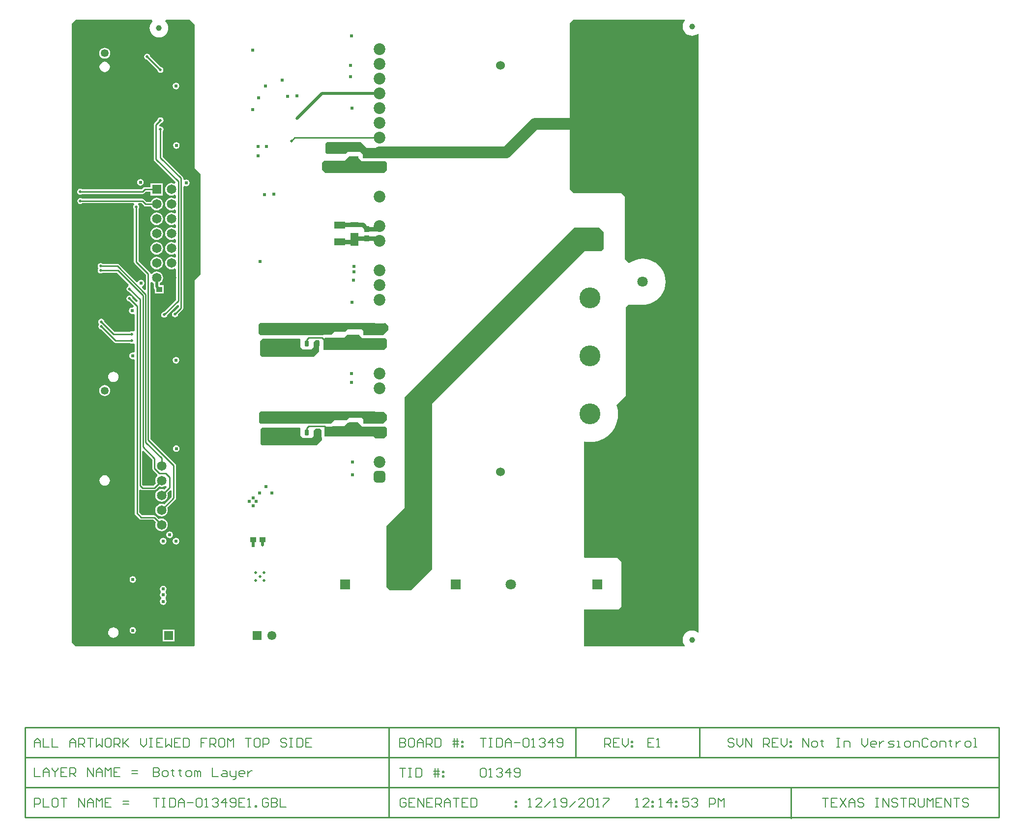
<source format=gbl>
G04 Layer_Physical_Order=4*
G04 Layer_Color=16711680*
%FSAX25Y25*%
%MOIN*%
G70*
G01*
G75*
%ADD10R,0.07283X0.05118*%
%ADD11R,0.03937X0.03740*%
%ADD13R,0.03740X0.03937*%
G04:AMPARAMS|DCode=19|XSize=23.62mil|YSize=39.37mil|CornerRadius=2.01mil|HoleSize=0mil|Usage=FLASHONLY|Rotation=180.000|XOffset=0mil|YOffset=0mil|HoleType=Round|Shape=RoundedRectangle|*
%AMROUNDEDRECTD19*
21,1,0.02362,0.03535,0,0,180.0*
21,1,0.01961,0.03937,0,0,180.0*
1,1,0.00402,-0.00980,0.01768*
1,1,0.00402,0.00980,0.01768*
1,1,0.00402,0.00980,-0.01768*
1,1,0.00402,-0.00980,-0.01768*
%
%ADD19ROUNDEDRECTD19*%
%ADD23C,0.03937*%
%ADD24C,0.01000*%
%ADD25C,0.02000*%
%ADD28C,0.03000*%
%ADD31C,0.00800*%
%ADD32R,0.07087X0.07087*%
%ADD33C,0.07087*%
G04:AMPARAMS|DCode=34|XSize=79.72mil|YSize=79.72mil|CornerRadius=19.93mil|HoleSize=0mil|Usage=FLASHONLY|Rotation=0.000|XOffset=0mil|YOffset=0mil|HoleType=Round|Shape=RoundedRectangle|*
%AMROUNDEDRECTD34*
21,1,0.07972,0.03986,0,0,0.0*
21,1,0.03986,0.07972,0,0,0.0*
1,1,0.03986,0.01993,-0.01993*
1,1,0.03986,-0.01993,-0.01993*
1,1,0.03986,-0.01993,0.01993*
1,1,0.03986,0.01993,0.01993*
%
%ADD34ROUNDEDRECTD34*%
%ADD35C,0.07972*%
%ADD36C,0.14173*%
%ADD37C,0.06102*%
%ADD38R,0.06102X0.06102*%
%ADD39R,0.06496X0.06496*%
%ADD40C,0.06496*%
%ADD41C,0.00100*%
%ADD42C,0.05307*%
%ADD43C,0.06000*%
%ADD44C,0.01968*%
%ADD45C,0.02400*%
%ADD46C,0.02000*%
%ADD47C,0.08000*%
%ADD49R,0.06300X0.05000*%
%ADD50R,0.05512X0.08661*%
%ADD51R,0.05512X0.03543*%
G36*
X0268800Y0364900D02*
X0284200Y0364900D01*
X0285200Y0363900D01*
Y0358900D01*
X0283200Y0356900D01*
X0280893D01*
X0280440Y0356936D01*
X0279987Y0356900D01*
X0242699D01*
X0242346Y0357254D01*
X0242346Y0364400D01*
X0243204Y0365258D01*
X0243361Y0365363D01*
X0243547Y0365400D01*
X0247739D01*
X0247739Y0365400D01*
X0256200Y0365400D01*
X0258200Y0367400D01*
X0266300D01*
X0268800Y0364900D01*
D02*
G37*
G36*
X0226700Y0364400D02*
Y0358900D01*
X0228200Y0357400D01*
X0234200D01*
X0235700Y0358900D01*
Y0362400D01*
X0236869Y0363569D01*
X0239330Y0363569D01*
Y0356069D01*
X0235661Y0352400D01*
X0200700Y0352400D01*
X0199274Y0353826D01*
Y0362874D01*
X0201200Y0364800D01*
X0226300D01*
X0226700Y0364400D01*
D02*
G37*
G36*
X0487349Y0580399D02*
X0486947Y0579910D01*
X0486364Y0578818D01*
X0486004Y0577633D01*
X0485883Y0576400D01*
X0486004Y0575168D01*
X0486364Y0573982D01*
X0486947Y0572890D01*
X0487733Y0571933D01*
X0488690Y0571147D01*
X0489782Y0570564D01*
X0490968Y0570204D01*
X0492200Y0570083D01*
X0493433Y0570204D01*
X0494618Y0570564D01*
X0495710Y0571147D01*
X0496199Y0571549D01*
X0496651Y0571335D01*
Y0165465D01*
X0496199Y0165251D01*
X0495710Y0165653D01*
X0494618Y0166236D01*
X0493433Y0166596D01*
X0492200Y0166717D01*
X0490968Y0166596D01*
X0489782Y0166236D01*
X0488690Y0165653D01*
X0487733Y0164867D01*
X0486947Y0163910D01*
X0486364Y0162818D01*
X0486004Y0161633D01*
X0485883Y0160400D01*
X0486004Y0159168D01*
X0486364Y0157982D01*
X0486947Y0156890D01*
X0487349Y0156401D01*
X0487135Y0155949D01*
X0419271D01*
X0418823Y0156396D01*
X0418823Y0180900D01*
X0442200Y0180900D01*
X0444200Y0182900D01*
X0444200Y0213400D01*
X0441700Y0215900D01*
X0419537Y0215900D01*
X0418845Y0216584D01*
X0418824Y0294624D01*
X0419210Y0294941D01*
X0420463Y0294692D01*
X0422960Y0294528D01*
X0425456Y0294692D01*
X0427910Y0295180D01*
X0430280Y0295984D01*
X0432524Y0297091D01*
X0434604Y0298481D01*
X0436485Y0300131D01*
X0438135Y0302012D01*
X0439525Y0304092D01*
X0440631Y0306336D01*
X0441436Y0308705D01*
X0441924Y0311159D01*
X0442087Y0313656D01*
X0441924Y0316153D01*
X0441436Y0318606D01*
X0441038Y0319778D01*
X0447330Y0326069D01*
X0447330Y0386069D01*
X0448830Y0387569D01*
X0460869Y0387569D01*
X0461175Y0387876D01*
X0463518Y0388438D01*
X0465778Y0389374D01*
X0467864Y0390652D01*
X0469725Y0392241D01*
X0471314Y0394102D01*
X0472592Y0396188D01*
X0473528Y0398448D01*
X0474099Y0400827D01*
X0474291Y0403266D01*
X0474099Y0405705D01*
X0473528Y0408084D01*
X0472592Y0410345D01*
X0471314Y0412430D01*
X0469725Y0414291D01*
X0467864Y0415880D01*
X0465778Y0417158D01*
X0463518Y0418094D01*
X0461139Y0418666D01*
X0458700Y0418857D01*
X0456261Y0418666D01*
X0453882Y0418094D01*
X0451622Y0417158D01*
X0449569Y0415900D01*
X0449200D01*
X0446700Y0418400D01*
X0446700Y0460900D01*
X0444200Y0463400D01*
X0411700D01*
X0409200Y0465900D01*
Y0578400D01*
X0411651Y0580851D01*
X0487135D01*
X0487349Y0580399D01*
D02*
G37*
G36*
X0286200Y0373400D02*
Y0370400D01*
X0282739Y0366939D01*
X0281475D01*
X0275454Y0366939D01*
X0269661D01*
X0269200Y0367400D01*
Y0369900D01*
X0268200Y0370900D01*
X0258800D01*
X0257300Y0369400D01*
X0249700D01*
X0247739Y0367439D01*
X0247739Y0367439D01*
X0243346D01*
D01*
X0243346D01*
X0243190Y0367408D01*
X0242565Y0367284D01*
X0241991Y0366900D01*
X0241493D01*
X0241346Y0366929D01*
X0232200D01*
X0232052Y0366900D01*
X0199500Y0366900D01*
X0198400Y0368000D01*
Y0374300D01*
X0199400Y0375300D01*
X0276939Y0375300D01*
X0277932Y0375062D01*
X0280440Y0374864D01*
X0282949Y0375062D01*
X0283941Y0375300D01*
X0284300D01*
X0286200Y0373400D01*
D02*
G37*
G36*
X0226700Y0303900D02*
Y0298832D01*
X0228200Y0297332D01*
X0234200D01*
X0235700Y0298832D01*
Y0302331D01*
X0237171Y0303802D01*
X0239729D01*
X0240830Y0302702D01*
Y0302502D01*
X0240830Y0302501D01*
Y0299089D01*
X0240881Y0298832D01*
X0240897Y0298571D01*
X0240973Y0298283D01*
X0241003Y0298221D01*
X0241012Y0298153D01*
X0241035Y0298082D01*
X0241071Y0298020D01*
X0241085Y0297950D01*
X0241200Y0297778D01*
Y0295831D01*
X0237769Y0292400D01*
X0200800Y0292400D01*
X0199736Y0293464D01*
X0199736Y0303336D01*
X0200900Y0304500D01*
X0226100Y0304500D01*
X0226700Y0303900D01*
D02*
G37*
G36*
X0432200Y0436900D02*
Y0425400D01*
X0430700Y0423900D01*
X0419200Y0423900D01*
X0315830Y0320530D01*
X0315830Y0208030D01*
X0301700Y0193900D01*
X0287200D01*
X0284950Y0196150D01*
X0284950Y0237650D01*
X0297200Y0249900D01*
X0297200Y0302416D01*
Y0303937D01*
Y0303937D01*
Y0303937D01*
Y0303937D01*
Y0309363D01*
Y0309363D01*
Y0313037D01*
Y0313037D01*
Y0324900D01*
X0412200Y0439900D01*
X0426700Y0439900D01*
X0429200D01*
X0432200Y0436900D01*
D02*
G37*
G36*
X0268700Y0304900D02*
X0269503D01*
X0269700Y0304861D01*
X0282700D01*
X0282897Y0304900D01*
X0284200D01*
X0285163Y0303937D01*
X0285163Y0298863D01*
X0283200Y0296900D01*
X0280893D01*
X0280440Y0296936D01*
X0279987Y0296900D01*
X0277700D01*
X0276200Y0298400D01*
X0243299D01*
X0242971Y0298728D01*
X0242963Y0298748D01*
X0242945Y0298801D01*
X0242920Y0298895D01*
X0242916Y0298956D01*
X0242881Y0299091D01*
Y0299230D01*
X0242869Y0299290D01*
Y0302501D01*
X0242869Y0302502D01*
Y0302702D01*
X0242830Y0302899D01*
Y0304069D01*
X0243660Y0304900D01*
X0243673D01*
X0243673Y0304900D01*
X0243874D01*
X0244071Y0304861D01*
X0246999D01*
X0247196Y0304900D01*
X0247397Y0304900D01*
X0247583Y0304937D01*
X0247583D01*
X0247768Y0305014D01*
X0247779Y0305016D01*
X0247789Y0305023D01*
X0248111Y0305156D01*
X0248122Y0305158D01*
X0248132Y0305165D01*
X0248318Y0305241D01*
X0248318D01*
X0248318Y0305241D01*
X0248318Y0305241D01*
X0248475Y0305346D01*
X0248528Y0305400D01*
X0256200D01*
X0258200Y0307400D01*
X0258397D01*
X0258582Y0307437D01*
X0258582D01*
X0258582Y0307437D01*
D01*
X0258635Y0307458D01*
X0258768Y0307514D01*
X0258780Y0307516D01*
X0258789Y0307523D01*
X0259111Y0307656D01*
X0259122Y0307658D01*
X0259132Y0307664D01*
X0259318Y0307741D01*
X0259318Y0307741D01*
X0259318Y0307741D01*
X0259318Y0307741D01*
X0259475Y0307846D01*
X0259528Y0307900D01*
X0265700Y0307900D01*
X0268700Y0304900D01*
D02*
G37*
G36*
X0277932Y0315062D02*
X0280440Y0314864D01*
X0282949Y0315062D01*
X0283102Y0315099D01*
X0285163Y0313037D01*
Y0309363D01*
X0282700Y0306900D01*
X0269700D01*
X0269200Y0307400D01*
Y0309900D01*
X0268200Y0310900D01*
X0259700D01*
X0258342Y0309542D01*
X0258185Y0309437D01*
X0257999Y0309400D01*
X0249700D01*
X0247342Y0307042D01*
X0247185Y0306937D01*
X0246999Y0306900D01*
X0244071D01*
X0243874Y0306939D01*
X0243683D01*
X0243664Y0306943D01*
X0243664Y0306943D01*
X0243664Y0306943D01*
X0243448Y0306900D01*
X0212700D01*
X0199800Y0306900D01*
X0198800Y0307900D01*
X0198800Y0314500D01*
X0199700Y0315400D01*
X0276523Y0315400D01*
X0277932Y0315062D01*
D02*
G37*
G36*
X0155000Y0577600D02*
X0155000Y0480100D01*
X0158900Y0476200D01*
X0158900Y0408100D01*
X0155000Y0404200D01*
Y0156700D01*
X0154249Y0155949D01*
X0074251D01*
X0071749Y0158451D01*
Y0578449D01*
X0074151Y0580851D01*
X0126046D01*
X0126404Y0579851D01*
X0126301Y0579767D01*
X0125516Y0578810D01*
X0124932Y0577718D01*
X0124573Y0576533D01*
X0124451Y0575300D01*
X0124573Y0574067D01*
X0124932Y0572882D01*
X0125516Y0571790D01*
X0126301Y0570833D01*
X0127259Y0570047D01*
X0128351Y0569463D01*
X0129536Y0569104D01*
X0130769Y0568983D01*
X0132001Y0569104D01*
X0133186Y0569463D01*
X0134278Y0570047D01*
X0135236Y0570833D01*
X0136021Y0571790D01*
X0136605Y0572882D01*
X0136964Y0574067D01*
X0137086Y0575300D01*
X0136964Y0576533D01*
X0136605Y0577718D01*
X0136021Y0578810D01*
X0135236Y0579767D01*
X0135133Y0579851D01*
X0135491Y0580851D01*
X0151749D01*
X0155000Y0577600D01*
D02*
G37*
G36*
X0267700Y0497900D02*
X0271700Y0493900D01*
X0283700D01*
X0284700Y0492900D01*
Y0488400D01*
X0283200Y0486900D01*
X0283200D01*
X0282875D01*
X0282678Y0486939D01*
X0278202D01*
X0278005Y0486900D01*
X0276070D01*
X0275873Y0486939D01*
X0269306D01*
X0268846Y0487400D01*
Y0489166D01*
Y0489621D01*
X0267067Y0491400D01*
X0258700Y0491400D01*
X0257200Y0489900D01*
X0244700D01*
X0243700Y0490900D01*
X0243700Y0494900D01*
Y0496900D01*
X0244700Y0497900D01*
X0267700Y0497900D01*
D02*
G37*
G36*
X0268300Y0484900D02*
X0275873D01*
X0276070Y0484861D01*
X0277906D01*
X0278005Y0484881D01*
X0278106Y0484871D01*
X0278202Y0484900D01*
X0282678D01*
X0282775Y0484871D01*
X0282875Y0484881D01*
X0282975Y0484861D01*
X0283200D01*
X0283397Y0484900D01*
X0284200D01*
X0285200Y0483900D01*
Y0478900D01*
X0283200Y0476900D01*
X0243700Y0476900D01*
X0241200Y0479400D01*
Y0483900D01*
X0242700Y0485400D01*
X0256900Y0485400D01*
X0259700Y0488200D01*
X0265000Y0488200D01*
X0268300Y0484900D01*
D02*
G37*
%LPC*%
G36*
X0138000Y0233942D02*
X0137142Y0233771D01*
X0136414Y0233285D01*
X0135928Y0232558D01*
X0135757Y0231699D01*
X0135928Y0230841D01*
X0136414Y0230113D01*
X0137142Y0229627D01*
X0138000Y0229456D01*
X0138858Y0229627D01*
X0139586Y0230113D01*
X0140072Y0230841D01*
X0140243Y0231699D01*
X0140072Y0232558D01*
X0139586Y0233285D01*
X0138858Y0233771D01*
X0138000Y0233942D01*
D02*
G37*
G36*
X0093969Y0561938D02*
X0093015Y0561812D01*
X0092126Y0561444D01*
X0091363Y0560858D01*
X0090778Y0560095D01*
X0090409Y0559207D01*
X0090284Y0558253D01*
X0090409Y0557299D01*
X0090778Y0556410D01*
X0091363Y0555647D01*
X0092126Y0555061D01*
X0093015Y0554693D01*
X0093969Y0554568D01*
X0094923Y0554693D01*
X0095811Y0555061D01*
X0096575Y0555647D01*
X0097160Y0556410D01*
X0097528Y0557299D01*
X0097654Y0558253D01*
X0097528Y0559207D01*
X0097160Y0560095D01*
X0096575Y0560858D01*
X0095811Y0561444D01*
X0094923Y0561812D01*
X0093969Y0561938D01*
D02*
G37*
G36*
X0093969Y0552531D02*
X0093055Y0552411D01*
X0092204Y0552059D01*
X0091473Y0551498D01*
X0090912Y0550766D01*
X0090559Y0549915D01*
X0090439Y0549001D01*
X0090559Y0548088D01*
X0090912Y0547236D01*
X0091473Y0546505D01*
X0092204Y0545944D01*
X0093055Y0545591D01*
X0093969Y0545471D01*
X0094883Y0545591D01*
X0095734Y0545944D01*
X0096465Y0546505D01*
X0097026Y0547236D01*
X0097379Y0548088D01*
X0097499Y0549001D01*
X0097379Y0549915D01*
X0097026Y0550766D01*
X0096465Y0551498D01*
X0095734Y0552059D01*
X0094883Y0552411D01*
X0093969Y0552531D01*
D02*
G37*
G36*
X0093969Y0272038D02*
X0093055Y0271917D01*
X0092204Y0271565D01*
X0091473Y0271004D01*
X0090912Y0270272D01*
X0090559Y0269421D01*
X0090439Y0268507D01*
X0090559Y0267594D01*
X0090912Y0266742D01*
X0091473Y0266011D01*
X0092204Y0265450D01*
X0093055Y0265097D01*
X0093969Y0264977D01*
X0094883Y0265097D01*
X0095734Y0265450D01*
X0096465Y0266011D01*
X0097026Y0266742D01*
X0097379Y0267594D01*
X0097499Y0268507D01*
X0097379Y0269421D01*
X0097026Y0270272D01*
X0096465Y0271004D01*
X0095734Y0271565D01*
X0094883Y0271917D01*
X0093969Y0272038D01*
D02*
G37*
G36*
X0142480Y0292423D02*
X0141621Y0292252D01*
X0140893Y0291766D01*
X0140407Y0291038D01*
X0140236Y0290179D01*
X0140407Y0289321D01*
X0140893Y0288593D01*
X0141621Y0288107D01*
X0142480Y0287936D01*
X0143338Y0288107D01*
X0144066Y0288593D01*
X0144552Y0289321D01*
X0144723Y0290179D01*
X0144552Y0291038D01*
X0144066Y0291766D01*
X0143338Y0292252D01*
X0142480Y0292423D01*
D02*
G37*
G36*
X0113050Y0169033D02*
X0112192Y0168862D01*
X0111464Y0168376D01*
X0110978Y0167648D01*
X0110807Y0166790D01*
X0110978Y0165931D01*
X0111464Y0165204D01*
X0112192Y0164718D01*
X0113050Y0164547D01*
X0113909Y0164718D01*
X0114637Y0165204D01*
X0115123Y0165931D01*
X0115294Y0166790D01*
X0115123Y0167648D01*
X0114637Y0168376D01*
X0113909Y0168862D01*
X0113050Y0169033D01*
D02*
G37*
G36*
X0099874Y0168888D02*
X0098961Y0168768D01*
X0098109Y0168415D01*
X0097378Y0167854D01*
X0096817Y0167123D01*
X0096464Y0166271D01*
X0096344Y0165358D01*
X0096464Y0164444D01*
X0096817Y0163593D01*
X0097378Y0162862D01*
X0098109Y0162301D01*
X0098961Y0161948D01*
X0099874Y0161828D01*
X0100788Y0161948D01*
X0101639Y0162301D01*
X0102371Y0162862D01*
X0102932Y0163593D01*
X0103284Y0164444D01*
X0103404Y0165358D01*
X0103284Y0166271D01*
X0102932Y0167123D01*
X0102371Y0167854D01*
X0101639Y0168415D01*
X0100788Y0168768D01*
X0099874Y0168888D01*
D02*
G37*
G36*
X0141251Y0167451D02*
X0133149D01*
Y0159349D01*
X0141251D01*
Y0167451D01*
D02*
G37*
G36*
X0133700Y0197143D02*
X0132842Y0196972D01*
X0132114Y0196486D01*
X0131628Y0195758D01*
X0131457Y0194900D01*
X0131628Y0194042D01*
X0132114Y0193314D01*
Y0192486D01*
X0131628Y0191758D01*
X0131457Y0190900D01*
X0131628Y0190042D01*
X0132114Y0189314D01*
X0132208Y0189251D01*
Y0188049D01*
X0132114Y0187986D01*
X0131628Y0187258D01*
X0131457Y0186400D01*
X0131628Y0185542D01*
X0132114Y0184814D01*
X0132842Y0184328D01*
X0133700Y0184157D01*
X0134558Y0184328D01*
X0135286Y0184814D01*
X0135772Y0185542D01*
X0135943Y0186400D01*
X0135772Y0187258D01*
X0135286Y0187986D01*
X0135193Y0188049D01*
Y0189251D01*
X0135286Y0189314D01*
X0135772Y0190042D01*
X0135943Y0190900D01*
X0135772Y0191758D01*
X0135286Y0192486D01*
Y0193314D01*
X0135772Y0194042D01*
X0135943Y0194900D01*
X0135772Y0195758D01*
X0135286Y0196486D01*
X0134558Y0196972D01*
X0133700Y0197143D01*
D02*
G37*
G36*
X0142350Y0229593D02*
X0141491Y0229422D01*
X0140763Y0228936D01*
X0140277Y0228208D01*
X0140106Y0227350D01*
X0140277Y0226491D01*
X0140763Y0225764D01*
X0141491Y0225277D01*
X0142350Y0225107D01*
X0143208Y0225277D01*
X0143936Y0225764D01*
X0144422Y0226491D01*
X0144593Y0227350D01*
X0144422Y0228208D01*
X0143936Y0228936D01*
X0143208Y0229422D01*
X0142350Y0229593D01*
D02*
G37*
G36*
X0133650D02*
X0132792Y0229422D01*
X0132064Y0228936D01*
X0131578Y0228208D01*
X0131407Y0227350D01*
X0131578Y0226491D01*
X0132064Y0225764D01*
X0132792Y0225277D01*
X0133650Y0225107D01*
X0134509Y0225277D01*
X0135237Y0225764D01*
X0135723Y0226491D01*
X0135893Y0227350D01*
X0135723Y0228208D01*
X0135237Y0228936D01*
X0134509Y0229422D01*
X0133650Y0229593D01*
D02*
G37*
G36*
X0113050Y0203533D02*
X0112192Y0203362D01*
X0111464Y0202876D01*
X0110978Y0202148D01*
X0110807Y0201290D01*
X0110978Y0200431D01*
X0111464Y0199704D01*
X0112192Y0199218D01*
X0113050Y0199047D01*
X0113909Y0199218D01*
X0114637Y0199704D01*
X0115123Y0200431D01*
X0115294Y0201290D01*
X0115123Y0202148D01*
X0114637Y0202876D01*
X0113909Y0203362D01*
X0113050Y0203533D01*
D02*
G37*
G36*
X0122700Y0557939D02*
X0121920Y0557784D01*
X0121258Y0557342D01*
X0120816Y0556680D01*
X0120661Y0555900D01*
X0120816Y0555120D01*
X0121258Y0554458D01*
X0121920Y0554016D01*
X0122546Y0553892D01*
X0129692Y0546746D01*
X0129816Y0546120D01*
X0130258Y0545458D01*
X0130920Y0545016D01*
X0131700Y0544861D01*
X0132480Y0545016D01*
X0133142Y0545458D01*
X0133584Y0546120D01*
X0133739Y0546900D01*
X0133584Y0547680D01*
X0133142Y0548342D01*
X0132480Y0548784D01*
X0131854Y0548909D01*
X0124708Y0556054D01*
X0124584Y0556680D01*
X0124142Y0557342D01*
X0123480Y0557784D01*
X0122700Y0557939D01*
D02*
G37*
G36*
X0129200Y0450185D02*
X0128091Y0450039D01*
X0127058Y0449611D01*
X0126170Y0448930D01*
X0125489Y0448042D01*
X0125061Y0447009D01*
X0124915Y0445900D01*
X0125061Y0444791D01*
X0125489Y0443758D01*
X0126170Y0442870D01*
X0127058Y0442189D01*
X0128091Y0441761D01*
X0129200Y0441615D01*
X0130309Y0441761D01*
X0131342Y0442189D01*
X0132230Y0442870D01*
X0132911Y0443758D01*
X0133339Y0444791D01*
X0133485Y0445900D01*
X0133339Y0447009D01*
X0132911Y0448042D01*
X0132230Y0448930D01*
X0131342Y0449611D01*
X0130309Y0450039D01*
X0129200Y0450185D01*
D02*
G37*
G36*
Y0440185D02*
X0128091Y0440039D01*
X0127058Y0439611D01*
X0126170Y0438930D01*
X0125489Y0438042D01*
X0125061Y0437009D01*
X0124915Y0435900D01*
X0125061Y0434791D01*
X0125489Y0433758D01*
X0126170Y0432870D01*
X0127058Y0432189D01*
X0128091Y0431761D01*
X0129200Y0431615D01*
X0130309Y0431761D01*
X0131342Y0432189D01*
X0132230Y0432870D01*
X0132911Y0433758D01*
X0133339Y0434791D01*
X0133485Y0435900D01*
X0133339Y0437009D01*
X0132911Y0438042D01*
X0132230Y0438930D01*
X0131342Y0439611D01*
X0130309Y0440039D01*
X0129200Y0440185D01*
D02*
G37*
G36*
Y0430185D02*
X0128091Y0430039D01*
X0127058Y0429611D01*
X0126170Y0428930D01*
X0125489Y0428042D01*
X0125061Y0427009D01*
X0124915Y0425900D01*
X0125061Y0424791D01*
X0125489Y0423758D01*
X0126170Y0422870D01*
X0127058Y0422189D01*
X0128091Y0421761D01*
X0129200Y0421615D01*
X0130309Y0421761D01*
X0131342Y0422189D01*
X0132230Y0422870D01*
X0132911Y0423758D01*
X0133339Y0424791D01*
X0133485Y0425900D01*
X0133339Y0427009D01*
X0132911Y0428042D01*
X0132230Y0428930D01*
X0131342Y0429611D01*
X0130309Y0430039D01*
X0129200Y0430185D01*
D02*
G37*
G36*
Y0460185D02*
X0128091Y0460039D01*
X0127058Y0459611D01*
X0126170Y0458930D01*
X0125489Y0458042D01*
X0125235Y0457429D01*
X0122334D01*
X0120625Y0459138D01*
X0120129Y0459469D01*
X0119544Y0459586D01*
X0078667D01*
X0078137Y0459940D01*
X0077356Y0460096D01*
X0076576Y0459940D01*
X0075915Y0459498D01*
X0075472Y0458837D01*
X0075317Y0458056D01*
X0075472Y0457276D01*
X0075915Y0456614D01*
X0076576Y0456173D01*
X0077356Y0456017D01*
X0078137Y0456173D01*
X0078667Y0456527D01*
X0113608D01*
X0113912Y0455527D01*
X0113888Y0455511D01*
X0113446Y0454850D01*
X0113291Y0454069D01*
X0113446Y0453289D01*
X0113800Y0452758D01*
Y0416770D01*
X0113917Y0416185D01*
X0114248Y0415689D01*
X0121871Y0408067D01*
Y0397979D01*
X0120947Y0397596D01*
X0119377Y0399166D01*
X0119417Y0399576D01*
X0119642Y0400315D01*
X0120207Y0400692D01*
X0120693Y0401420D01*
X0120864Y0402278D01*
X0120693Y0403136D01*
X0120207Y0403864D01*
X0119479Y0404351D01*
X0118621Y0404521D01*
X0117762Y0404351D01*
X0117035Y0403864D01*
X0116657Y0403299D01*
X0115919Y0403075D01*
X0115509Y0403034D01*
X0103561Y0414981D01*
X0103065Y0415313D01*
X0102480Y0415429D01*
X0092510D01*
X0091979Y0415784D01*
X0091198Y0415939D01*
X0090418Y0415784D01*
X0089757Y0415342D01*
X0089315Y0414680D01*
X0089159Y0413900D01*
X0089315Y0413120D01*
X0089757Y0412458D01*
X0089316Y0411680D01*
X0089161Y0410900D01*
X0089316Y0410120D01*
X0089758Y0409458D01*
X0090420Y0409016D01*
X0091200Y0408861D01*
X0091980Y0409016D01*
X0092511Y0409371D01*
X0102319D01*
X0110308Y0401381D01*
X0109979Y0400296D01*
X0109918Y0400284D01*
X0109257Y0399842D01*
X0108815Y0399180D01*
X0108659Y0398400D01*
X0108815Y0397620D01*
X0109257Y0396958D01*
X0109918Y0396516D01*
X0110546Y0396391D01*
X0116244Y0390693D01*
X0116162Y0389905D01*
X0115226Y0389537D01*
X0112707Y0392056D01*
X0112583Y0392680D01*
X0112141Y0393342D01*
X0111479Y0393784D01*
X0110698Y0393939D01*
X0109918Y0393784D01*
X0109257Y0393342D01*
X0108815Y0392680D01*
X0108659Y0391900D01*
X0108815Y0391120D01*
X0109257Y0390458D01*
X0109918Y0390016D01*
X0110546Y0389891D01*
X0113504Y0386933D01*
X0113477Y0386688D01*
X0112600Y0385843D01*
X0111742Y0385672D01*
X0111014Y0385186D01*
X0110528Y0384458D01*
X0110357Y0383600D01*
X0110528Y0382742D01*
X0111014Y0382014D01*
X0111742Y0381528D01*
X0112600Y0381357D01*
X0113300Y0381496D01*
X0113825Y0381249D01*
X0114300Y0380888D01*
Y0375745D01*
X0114308Y0375705D01*
Y0373875D01*
X0114300Y0373834D01*
Y0370056D01*
X0113300Y0369522D01*
X0113126Y0369638D01*
X0112346Y0369794D01*
X0111565Y0369638D01*
X0111035Y0369284D01*
X0100714D01*
X0093675Y0376323D01*
X0093551Y0376947D01*
X0093109Y0377609D01*
X0092447Y0378051D01*
X0091667Y0378206D01*
X0090886Y0378051D01*
X0090225Y0377609D01*
X0089783Y0376947D01*
X0089627Y0376167D01*
X0089783Y0375386D01*
X0090225Y0374725D01*
X0089869Y0373760D01*
X0089816Y0373680D01*
X0089661Y0372900D01*
X0089816Y0372120D01*
X0090258Y0371458D01*
X0090920Y0371016D01*
X0091546Y0370891D01*
X0100219Y0362219D01*
X0100715Y0361887D01*
X0101300Y0361771D01*
X0110989D01*
X0111520Y0361416D01*
X0112300Y0361261D01*
X0113080Y0361416D01*
X0113300Y0361563D01*
X0114300Y0361031D01*
Y0355844D01*
X0113300Y0355219D01*
X0112830Y0355312D01*
X0111971Y0355142D01*
X0111244Y0354655D01*
X0110757Y0353928D01*
X0110587Y0353069D01*
X0110757Y0352211D01*
X0111244Y0351483D01*
X0111971Y0350997D01*
X0112830Y0350826D01*
X0113300Y0350920D01*
X0114300Y0350295D01*
Y0246270D01*
X0114417Y0245685D01*
X0114748Y0245189D01*
X0117619Y0242319D01*
X0118115Y0241987D01*
X0118700Y0241871D01*
X0126864D01*
X0128613Y0240122D01*
X0128359Y0239509D01*
X0128213Y0238400D01*
X0128359Y0237291D01*
X0128787Y0236258D01*
X0129468Y0235370D01*
X0130355Y0234689D01*
X0131389Y0234261D01*
X0132498Y0234115D01*
X0133607Y0234261D01*
X0134640Y0234689D01*
X0135527Y0235370D01*
X0136208Y0236258D01*
X0136636Y0237291D01*
X0136782Y0238400D01*
X0136636Y0239509D01*
X0136208Y0240542D01*
X0135527Y0241430D01*
X0134640Y0242111D01*
X0133607Y0242539D01*
X0132498Y0242685D01*
X0131389Y0242539D01*
X0130776Y0242285D01*
X0128579Y0244481D01*
X0128083Y0244813D01*
X0127498Y0244929D01*
X0119334D01*
X0117359Y0246904D01*
Y0262069D01*
X0118283Y0262452D01*
X0118416Y0262319D01*
X0118912Y0261987D01*
X0119498Y0261871D01*
X0127498D01*
X0128083Y0261987D01*
X0128579Y0262319D01*
X0130776Y0264515D01*
X0131389Y0264261D01*
X0132498Y0264115D01*
X0133607Y0264261D01*
X0134640Y0264689D01*
X0134784Y0264800D01*
X0135612Y0264668D01*
X0135926Y0264416D01*
X0135907Y0263972D01*
X0134220Y0262285D01*
X0133607Y0262539D01*
X0132498Y0262685D01*
X0131389Y0262539D01*
X0130355Y0262111D01*
X0129468Y0261430D01*
X0128787Y0260542D01*
X0128359Y0259509D01*
X0128213Y0258400D01*
X0128359Y0257291D01*
X0128787Y0256258D01*
X0129468Y0255370D01*
X0130355Y0254689D01*
X0131389Y0254261D01*
X0132498Y0254115D01*
X0133607Y0254261D01*
X0134640Y0254689D01*
X0135527Y0255370D01*
X0136208Y0256258D01*
X0136636Y0257291D01*
X0136782Y0258400D01*
X0136636Y0259509D01*
X0136382Y0260122D01*
X0138271Y0262010D01*
X0139271Y0261596D01*
Y0257336D01*
X0134220Y0252285D01*
X0133607Y0252539D01*
X0132498Y0252685D01*
X0131389Y0252539D01*
X0130355Y0252111D01*
X0129468Y0251430D01*
X0128787Y0250542D01*
X0128359Y0249509D01*
X0128213Y0248400D01*
X0128359Y0247291D01*
X0128787Y0246258D01*
X0129468Y0245370D01*
X0130355Y0244689D01*
X0131389Y0244261D01*
X0132498Y0244115D01*
X0133607Y0244261D01*
X0134640Y0244689D01*
X0135527Y0245370D01*
X0136208Y0246258D01*
X0136636Y0247291D01*
X0136782Y0248400D01*
X0136636Y0249509D01*
X0136382Y0250122D01*
X0141881Y0255621D01*
X0142213Y0256117D01*
X0142329Y0256702D01*
Y0278600D01*
X0142213Y0279185D01*
X0141881Y0279681D01*
X0124929Y0296634D01*
Y0402845D01*
X0125929Y0403184D01*
X0126170Y0402870D01*
X0127058Y0402189D01*
X0127161Y0402147D01*
Y0399950D01*
X0127316Y0399169D01*
X0127758Y0398507D01*
X0128112Y0398154D01*
Y0395199D01*
X0134049D01*
Y0400939D01*
X0131239D01*
Y0402147D01*
X0131342Y0402189D01*
X0132230Y0402870D01*
X0132911Y0403758D01*
X0133339Y0404791D01*
X0133485Y0405900D01*
X0133339Y0407009D01*
X0132911Y0408042D01*
X0132230Y0408930D01*
X0131342Y0409611D01*
X0130309Y0410039D01*
X0129200Y0410185D01*
X0128091Y0410039D01*
X0127058Y0409611D01*
X0126170Y0408930D01*
X0125929Y0408616D01*
X0125441Y0408657D01*
X0124889Y0408903D01*
X0124813Y0409285D01*
X0124481Y0409781D01*
X0116859Y0417404D01*
Y0452758D01*
X0117214Y0453289D01*
X0117369Y0454069D01*
X0117214Y0454850D01*
X0116772Y0455511D01*
X0116748Y0455527D01*
X0117051Y0456527D01*
X0118910D01*
X0120619Y0454819D01*
X0121115Y0454487D01*
X0121700Y0454371D01*
X0125235D01*
X0125489Y0453758D01*
X0126170Y0452870D01*
X0127058Y0452189D01*
X0128091Y0451761D01*
X0129200Y0451615D01*
X0130309Y0451761D01*
X0131342Y0452189D01*
X0132230Y0452870D01*
X0132911Y0453758D01*
X0133339Y0454791D01*
X0133485Y0455900D01*
X0133339Y0457009D01*
X0132911Y0458042D01*
X0132230Y0458930D01*
X0131342Y0459611D01*
X0130309Y0460039D01*
X0129200Y0460185D01*
D02*
G37*
G36*
X0131800Y0514839D02*
X0131020Y0514684D01*
X0130358Y0514242D01*
X0129916Y0513580D01*
X0129791Y0512954D01*
X0127619Y0510781D01*
X0127287Y0510285D01*
X0127171Y0509700D01*
Y0486400D01*
X0127287Y0485815D01*
X0127619Y0485319D01*
X0141966Y0470971D01*
X0141894Y0470419D01*
X0141847Y0470350D01*
X0140848Y0469815D01*
X0140309Y0470039D01*
X0139200Y0470185D01*
X0138091Y0470039D01*
X0137058Y0469611D01*
X0136170Y0468930D01*
X0135489Y0468042D01*
X0135061Y0467009D01*
X0134915Y0465900D01*
X0135061Y0464791D01*
X0135489Y0463758D01*
X0136170Y0462870D01*
X0137058Y0462189D01*
X0138091Y0461761D01*
X0139200Y0461615D01*
X0140309Y0461761D01*
X0141342Y0462189D01*
X0141383Y0462221D01*
X0142383Y0461728D01*
Y0460072D01*
X0141383Y0459579D01*
X0141342Y0459611D01*
X0140309Y0460039D01*
X0139200Y0460185D01*
X0138091Y0460039D01*
X0137058Y0459611D01*
X0136170Y0458930D01*
X0135489Y0458042D01*
X0135061Y0457009D01*
X0134915Y0455900D01*
X0135061Y0454791D01*
X0135489Y0453758D01*
X0136170Y0452870D01*
X0137058Y0452189D01*
X0138091Y0451761D01*
X0139200Y0451615D01*
X0140309Y0451761D01*
X0141342Y0452189D01*
X0141383Y0452221D01*
X0142383Y0451728D01*
Y0450072D01*
X0141383Y0449579D01*
X0141342Y0449611D01*
X0140309Y0450039D01*
X0139200Y0450185D01*
X0138091Y0450039D01*
X0137058Y0449611D01*
X0136170Y0448930D01*
X0135489Y0448042D01*
X0135061Y0447009D01*
X0134915Y0445900D01*
X0135061Y0444791D01*
X0135489Y0443758D01*
X0136170Y0442870D01*
X0137058Y0442189D01*
X0138091Y0441761D01*
X0139200Y0441615D01*
X0140309Y0441761D01*
X0141342Y0442189D01*
X0141383Y0442221D01*
X0142383Y0441728D01*
Y0440072D01*
X0141383Y0439579D01*
X0141342Y0439611D01*
X0140309Y0440039D01*
X0139200Y0440185D01*
X0138091Y0440039D01*
X0137058Y0439611D01*
X0136170Y0438930D01*
X0135489Y0438042D01*
X0135061Y0437009D01*
X0134915Y0435900D01*
X0135061Y0434791D01*
X0135489Y0433758D01*
X0136170Y0432870D01*
X0137058Y0432189D01*
X0138091Y0431761D01*
X0139200Y0431615D01*
X0140309Y0431761D01*
X0141342Y0432189D01*
X0141383Y0432221D01*
X0142383Y0431728D01*
Y0430072D01*
X0141383Y0429579D01*
X0141342Y0429611D01*
X0140309Y0430039D01*
X0139200Y0430185D01*
X0138091Y0430039D01*
X0137058Y0429611D01*
X0136170Y0428930D01*
X0135489Y0428042D01*
X0135061Y0427009D01*
X0134915Y0425900D01*
X0135061Y0424791D01*
X0135489Y0423758D01*
X0136170Y0422870D01*
X0137058Y0422189D01*
X0138091Y0421761D01*
X0139200Y0421615D01*
X0140309Y0421761D01*
X0141342Y0422189D01*
X0141383Y0422221D01*
X0142383Y0421728D01*
Y0420072D01*
X0141383Y0419579D01*
X0141342Y0419611D01*
X0140309Y0420039D01*
X0139200Y0420185D01*
X0138091Y0420039D01*
X0137058Y0419611D01*
X0136170Y0418930D01*
X0135489Y0418042D01*
X0135061Y0417009D01*
X0134915Y0415900D01*
X0135061Y0414791D01*
X0135489Y0413758D01*
X0136170Y0412870D01*
X0137058Y0412189D01*
X0138091Y0411761D01*
X0139200Y0411615D01*
X0140309Y0411761D01*
X0141342Y0412189D01*
X0141383Y0412221D01*
X0142383Y0411728D01*
Y0391146D01*
X0134146Y0382909D01*
X0133520Y0382784D01*
X0132858Y0382342D01*
X0132416Y0381680D01*
X0132261Y0380900D01*
X0132416Y0380120D01*
X0132858Y0379458D01*
X0133520Y0379016D01*
X0134300Y0378861D01*
X0135080Y0379016D01*
X0135742Y0379458D01*
X0136184Y0380120D01*
X0136309Y0380746D01*
X0143247Y0387684D01*
X0144171Y0387301D01*
Y0385933D01*
X0141446Y0383208D01*
X0140820Y0383084D01*
X0140158Y0382642D01*
X0139716Y0381980D01*
X0139561Y0381200D01*
X0139716Y0380420D01*
X0140158Y0379758D01*
X0140820Y0379316D01*
X0141600Y0379161D01*
X0142380Y0379316D01*
X0143042Y0379758D01*
X0143484Y0380420D01*
X0143608Y0381046D01*
X0146781Y0384219D01*
X0147113Y0384715D01*
X0147229Y0385300D01*
Y0467835D01*
X0148229Y0468369D01*
X0148442Y0468228D01*
X0149300Y0468057D01*
X0150158Y0468228D01*
X0150886Y0468714D01*
X0151372Y0469442D01*
X0151543Y0470300D01*
X0151372Y0471158D01*
X0150886Y0471886D01*
X0150158Y0472372D01*
X0149300Y0472543D01*
X0148442Y0472372D01*
X0148229Y0472231D01*
X0147229Y0472765D01*
Y0473563D01*
X0147113Y0474148D01*
X0146781Y0474644D01*
X0133329Y0488096D01*
Y0505289D01*
X0133684Y0505820D01*
X0133839Y0506600D01*
X0133684Y0507380D01*
X0133242Y0508042D01*
X0132580Y0508484D01*
X0131800Y0508639D01*
X0131229Y0508526D01*
X0131122Y0508584D01*
X0130819Y0509656D01*
X0131954Y0510791D01*
X0132580Y0510916D01*
X0133242Y0511358D01*
X0133684Y0512020D01*
X0133839Y0512800D01*
X0133684Y0513580D01*
X0133242Y0514242D01*
X0132580Y0514684D01*
X0131800Y0514839D01*
D02*
G37*
G36*
X0118149Y0472994D02*
X0117290Y0472823D01*
X0116563Y0472336D01*
X0116076Y0471609D01*
X0115906Y0470750D01*
X0116076Y0469892D01*
X0116563Y0469164D01*
X0117290Y0468678D01*
X0118149Y0468507D01*
X0119007Y0468678D01*
X0119735Y0469164D01*
X0120221Y0469892D01*
X0120392Y0470750D01*
X0120221Y0471609D01*
X0119735Y0472336D01*
X0119007Y0472823D01*
X0118149Y0472994D01*
D02*
G37*
G36*
X0133448Y0470148D02*
X0124952D01*
Y0467429D01*
X0121200D01*
X0120615Y0467313D01*
X0120119Y0466981D01*
X0119022Y0465885D01*
X0078555D01*
X0078025Y0466240D01*
X0077244Y0466395D01*
X0076464Y0466240D01*
X0075802Y0465798D01*
X0075360Y0465136D01*
X0075205Y0464356D01*
X0075360Y0463575D01*
X0075802Y0462914D01*
X0076464Y0462472D01*
X0077244Y0462317D01*
X0078025Y0462472D01*
X0078555Y0462826D01*
X0119656D01*
X0120241Y0462943D01*
X0120737Y0463274D01*
X0121834Y0464371D01*
X0124952D01*
Y0461652D01*
X0133448D01*
Y0470148D01*
D02*
G37*
G36*
X0142350Y0352293D02*
X0141491Y0352122D01*
X0140763Y0351636D01*
X0140277Y0350908D01*
X0140106Y0350050D01*
X0140277Y0349191D01*
X0140763Y0348464D01*
X0141491Y0347977D01*
X0142350Y0347807D01*
X0143208Y0347977D01*
X0143936Y0348464D01*
X0144422Y0349191D01*
X0144593Y0350050D01*
X0144422Y0350908D01*
X0143936Y0351636D01*
X0143208Y0352122D01*
X0142350Y0352293D01*
D02*
G37*
G36*
X0099874Y0342295D02*
X0098960Y0342175D01*
X0098109Y0341822D01*
X0097378Y0341261D01*
X0096817Y0340530D01*
X0096464Y0339679D01*
X0096344Y0338765D01*
X0096464Y0337851D01*
X0096817Y0337000D01*
X0097378Y0336269D01*
X0098109Y0335708D01*
X0098960Y0335355D01*
X0099874Y0335235D01*
X0100788Y0335355D01*
X0101639Y0335708D01*
X0102370Y0336269D01*
X0102931Y0337000D01*
X0103284Y0337851D01*
X0103404Y0338765D01*
X0103284Y0339679D01*
X0102931Y0340530D01*
X0102370Y0341261D01*
X0101639Y0341822D01*
X0100788Y0342175D01*
X0099874Y0342295D01*
D02*
G37*
G36*
X0093969Y0333198D02*
X0093015Y0333072D01*
X0092126Y0332704D01*
X0091363Y0332119D01*
X0090778Y0331355D01*
X0090409Y0330467D01*
X0090284Y0329513D01*
X0090409Y0328559D01*
X0090778Y0327670D01*
X0091363Y0326907D01*
X0092126Y0326322D01*
X0093015Y0325953D01*
X0093969Y0325828D01*
X0094923Y0325953D01*
X0095811Y0326322D01*
X0096575Y0326907D01*
X0097160Y0327670D01*
X0097528Y0328559D01*
X0097654Y0329513D01*
X0097528Y0330467D01*
X0097160Y0331355D01*
X0096575Y0332119D01*
X0095811Y0332704D01*
X0094923Y0333072D01*
X0093969Y0333198D01*
D02*
G37*
G36*
X0142350Y0538293D02*
X0141491Y0538122D01*
X0140763Y0537636D01*
X0140277Y0536908D01*
X0140106Y0536050D01*
X0140277Y0535191D01*
X0140763Y0534464D01*
X0141491Y0533977D01*
X0142350Y0533807D01*
X0143208Y0533977D01*
X0143936Y0534464D01*
X0144422Y0535191D01*
X0144593Y0536050D01*
X0144422Y0536908D01*
X0143936Y0537636D01*
X0143208Y0538122D01*
X0142350Y0538293D01*
D02*
G37*
G36*
X0129200Y0420185D02*
X0128091Y0420039D01*
X0127058Y0419611D01*
X0126170Y0418930D01*
X0125489Y0418042D01*
X0125061Y0417009D01*
X0124915Y0415900D01*
X0125061Y0414791D01*
X0125489Y0413758D01*
X0126170Y0412870D01*
X0127058Y0412189D01*
X0128091Y0411761D01*
X0129200Y0411615D01*
X0130309Y0411761D01*
X0131342Y0412189D01*
X0132230Y0412870D01*
X0132911Y0413758D01*
X0133339Y0414791D01*
X0133485Y0415900D01*
X0133339Y0417009D01*
X0132911Y0418042D01*
X0132230Y0418930D01*
X0131342Y0419611D01*
X0130309Y0420039D01*
X0129200Y0420185D01*
D02*
G37*
G36*
X0142550Y0497994D02*
X0141691Y0497823D01*
X0140963Y0497336D01*
X0140477Y0496609D01*
X0140306Y0495750D01*
X0140477Y0494892D01*
X0140963Y0494164D01*
X0141691Y0493678D01*
X0142550Y0493507D01*
X0143408Y0493678D01*
X0144136Y0494164D01*
X0144622Y0494892D01*
X0144793Y0495750D01*
X0144622Y0496609D01*
X0144136Y0497336D01*
X0143408Y0497823D01*
X0142550Y0497994D01*
D02*
G37*
%LPD*%
G36*
X0126171Y0282767D02*
Y0276784D01*
X0126287Y0276198D01*
X0126619Y0275702D01*
X0129560Y0272761D01*
X0129561Y0271501D01*
X0129468Y0271430D01*
X0128787Y0270542D01*
X0128359Y0269509D01*
X0128213Y0268400D01*
X0128359Y0267291D01*
X0128613Y0266678D01*
X0126864Y0264929D01*
X0120131D01*
X0119359Y0265701D01*
Y0288271D01*
X0120283Y0288654D01*
X0126171Y0282767D01*
D02*
G37*
G54D10*
X0253800Y0312209D02*
D03*
Y0300791D02*
D03*
X0253800Y0372477D02*
D03*
Y0361060D02*
D03*
X0253200Y0441609D02*
D03*
Y0430191D02*
D03*
Y0493109D02*
D03*
Y0481691D02*
D03*
G54D11*
X0131080Y0398069D02*
D03*
X0137379D02*
D03*
X0194751Y0228400D02*
D03*
X0201050D02*
D03*
G54D13*
X0245200Y0309050D02*
D03*
Y0302750D02*
D03*
X0271700Y0302750D02*
D03*
Y0309050D02*
D03*
X0245200Y0369318D02*
D03*
Y0363019D02*
D03*
X0271700Y0363019D02*
D03*
Y0369318D02*
D03*
X0271700Y0432750D02*
D03*
Y0439050D02*
D03*
Y0482750D02*
D03*
Y0489050D02*
D03*
G54D19*
X0234700Y0310624D02*
D03*
X0230960Y0301176D02*
D03*
X0238440D02*
D03*
X0234700Y0370693D02*
D03*
X0230960Y0361244D02*
D03*
X0238440D02*
D03*
G54D23*
X0492200Y0160400D02*
D03*
Y0576400D02*
D03*
X0130769Y0575300D02*
D03*
G54D24*
X0123400Y0296000D02*
X0140800Y0278600D01*
Y0256702D02*
Y0278600D01*
X0132498Y0248400D02*
X0140800Y0256702D01*
X0135200Y0273400D02*
X0137900Y0270700D01*
Y0263802D02*
Y0270700D01*
X0132498Y0258400D02*
X0137900Y0263802D01*
X0123400Y0296000D02*
Y0408700D01*
X0115330Y0416770D02*
X0123400Y0408700D01*
X0115330Y0416770D02*
Y0454069D01*
X0143913Y0390513D02*
Y0471187D01*
X0128700Y0486400D02*
X0143913Y0471187D01*
X0128700Y0486400D02*
Y0509700D01*
X0145700Y0385300D02*
Y0473563D01*
X0131800Y0487463D02*
X0145700Y0473563D01*
X0131800Y0487463D02*
Y0506600D01*
X0220550Y0498750D02*
X0222700Y0500900D01*
X0280440D01*
X0128700Y0509700D02*
X0131800Y0512800D01*
X0134300Y0380900D02*
X0143913Y0390513D01*
X0141600Y0381200D02*
X0145700Y0385300D01*
X0232200Y0365400D02*
X0241346D01*
X0242346Y0364400D01*
X0243819D01*
X0245200Y0363019D01*
X0102480Y0413900D02*
X0121613Y0394767D01*
Y0295260D02*
Y0394767D01*
X0102952Y0410900D02*
X0119825Y0394027D01*
Y0294519D02*
Y0394027D01*
X0110700Y0398400D02*
X0117830Y0391270D01*
Y0265068D02*
Y0391270D01*
X0115830Y0246270D02*
Y0373834D01*
X0115838Y0373842D01*
Y0375737D01*
X0115830Y0375745D02*
X0115838Y0375737D01*
X0115830Y0375745D02*
Y0386770D01*
X0110700Y0391900D02*
X0115830Y0386770D01*
X0119825Y0294519D02*
X0119830Y0294515D01*
Y0291270D02*
Y0294515D01*
X0121613Y0295260D02*
X0121617Y0295255D01*
Y0294483D02*
Y0295255D01*
Y0294483D02*
X0132498Y0283602D01*
Y0278400D02*
Y0283602D01*
X0119830Y0291270D02*
X0127700Y0283400D01*
Y0276784D02*
Y0283400D01*
X0115830Y0246270D02*
X0118700Y0243400D01*
X0117830Y0265068D02*
X0119498Y0263400D01*
X0090700Y0410900D02*
X0102952D01*
X0091200Y0413900D02*
X0102480D01*
X0122700Y0555900D02*
X0131700Y0546900D01*
X0091668Y0376167D02*
X0100081Y0367754D01*
X0091667Y0376167D02*
X0091668D01*
X0121200Y0465900D02*
X0129200D01*
X0119656Y0464356D02*
X0121200Y0465900D01*
X0077244Y0464356D02*
X0119656D01*
X0121700Y0455900D02*
X0129200D01*
X0119544Y0458056D02*
X0121700Y0455900D01*
X0077356Y0458056D02*
X0119544D01*
X0230960Y0301176D02*
Y0304091D01*
X0232200Y0305331D01*
X0242819D01*
X0245200Y0302950D01*
X0230960Y0364160D02*
X0232200Y0365400D01*
X0230960Y0361244D02*
Y0364160D01*
X0091700Y0372900D02*
X0101300Y0363300D01*
X0100081Y0367754D02*
X0112346D01*
X0101300Y0363300D02*
X0112300D01*
X0127498Y0263400D02*
X0132498Y0268400D01*
X0119498Y0263400D02*
X0127498D01*
X0127498Y0243400D02*
X0132498Y0238400D01*
X0118700Y0243400D02*
X0127498D01*
X0127700Y0276784D02*
X0131084Y0273400D01*
X0135200D01*
X0559400Y0039400D02*
Y0059683D01*
X0440500Y0040050D02*
X0700200D01*
Y0101050D01*
X0286500Y0040050D02*
Y0101050D01*
X0040000Y0040050D02*
Y0101050D01*
X0040050Y0040050D02*
X0197600D01*
X0040050D02*
Y0101050D01*
Y0101050D02*
X0700200D01*
X0040000Y0040050D02*
X0440500D01*
X0040000Y0060383D02*
X0700000D01*
X0040000Y0080717D02*
X0700200D01*
X0413200D02*
Y0101050D01*
X0497200Y0080717D02*
Y0101050D01*
G54D25*
X0194751Y0224451D02*
Y0228400D01*
X0201050Y0224650D02*
Y0228400D01*
X0224200Y0513900D02*
X0241200Y0530900D01*
X0280440D01*
X0137379Y0398069D02*
X0139200Y0399890D01*
Y0405900D01*
X0129200Y0399950D02*
X0131080Y0398069D01*
X0129200Y0399950D02*
Y0405900D01*
G54D28*
X0278590Y0369050D02*
X0280440Y0370900D01*
X0278590Y0362750D02*
X0280440Y0360900D01*
X0271700Y0439050D02*
X0278590D01*
X0280440Y0440900D01*
X0271700Y0432750D02*
X0278590D01*
X0280440Y0430900D01*
X0268830Y0441920D02*
X0271700Y0439050D01*
X0263200Y0441920D02*
X0268830D01*
X0264070Y0432750D02*
X0271700D01*
X0263200Y0431880D02*
X0264070Y0432750D01*
X0261511Y0430191D02*
X0263200Y0431880D01*
X0253200Y0430191D02*
X0261511D01*
X0253511Y0441920D02*
X0263200D01*
X0253200Y0441609D02*
X0253511Y0441920D01*
X0278590Y0309050D02*
X0280440Y0310900D01*
X0278590Y0302750D02*
X0280440Y0300900D01*
G54D31*
X0126900Y0073549D02*
Y0067551D01*
X0129899D01*
X0130899Y0068550D01*
Y0069550D01*
X0129899Y0070550D01*
X0126900D01*
X0129899D01*
X0130899Y0071549D01*
Y0072549D01*
X0129899Y0073549D01*
X0126900D01*
X0133898Y0067551D02*
X0135897D01*
X0136897Y0068550D01*
Y0070550D01*
X0135897Y0071549D01*
X0133898D01*
X0132898Y0070550D01*
Y0068550D01*
X0133898Y0067551D01*
X0139896Y0072549D02*
Y0071549D01*
X0138896D01*
X0140895D01*
X0139896D01*
Y0068550D01*
X0140895Y0067551D01*
X0144894Y0072549D02*
Y0071549D01*
X0143895D01*
X0145894D01*
X0144894D01*
Y0068550D01*
X0145894Y0067551D01*
X0149893D02*
X0151892D01*
X0152892Y0068550D01*
Y0070550D01*
X0151892Y0071549D01*
X0149893D01*
X0148893Y0070550D01*
Y0068550D01*
X0149893Y0067551D01*
X0154891D02*
Y0071549D01*
X0155891D01*
X0156890Y0070550D01*
Y0067551D01*
Y0070550D01*
X0157890Y0071549D01*
X0158890Y0070550D01*
Y0067551D01*
X0166887Y0073549D02*
Y0067551D01*
X0170886D01*
X0173885Y0071549D02*
X0175884D01*
X0176884Y0070550D01*
Y0067551D01*
X0173885D01*
X0172885Y0068550D01*
X0173885Y0069550D01*
X0176884D01*
X0178883Y0071549D02*
Y0068550D01*
X0179883Y0067551D01*
X0182882D01*
Y0066551D01*
X0181882Y0065551D01*
X0180883D01*
X0182882Y0067551D02*
Y0071549D01*
X0187880Y0067551D02*
X0185881D01*
X0184881Y0068550D01*
Y0070550D01*
X0185881Y0071549D01*
X0187880D01*
X0188880Y0070550D01*
Y0069550D01*
X0184881D01*
X0190879Y0071549D02*
Y0067551D01*
Y0069550D01*
X0191879Y0070550D01*
X0192879Y0071549D01*
X0193878D01*
X0348550Y0072498D02*
X0349550Y0073498D01*
X0351549D01*
X0352549Y0072498D01*
Y0068500D01*
X0351549Y0067500D01*
X0349550D01*
X0348550Y0068500D01*
Y0072498D01*
X0354548Y0067500D02*
X0356547D01*
X0355548D01*
Y0073498D01*
X0354548Y0072498D01*
X0359546D02*
X0360546Y0073498D01*
X0362545D01*
X0363545Y0072498D01*
Y0071499D01*
X0362545Y0070499D01*
X0361546D01*
X0362545D01*
X0363545Y0069499D01*
Y0068500D01*
X0362545Y0067500D01*
X0360546D01*
X0359546Y0068500D01*
X0368544Y0067500D02*
Y0073498D01*
X0365545Y0070499D01*
X0369543D01*
X0371543Y0068500D02*
X0372542Y0067500D01*
X0374542D01*
X0375541Y0068500D01*
Y0072498D01*
X0374542Y0073498D01*
X0372542D01*
X0371543Y0072498D01*
Y0071499D01*
X0372542Y0070499D01*
X0375541D01*
X0294000Y0073498D02*
X0297999D01*
X0295999D01*
Y0067500D01*
X0299998Y0073498D02*
X0301997D01*
X0300998D01*
Y0067500D01*
X0299998D01*
X0301997D01*
X0304996Y0073498D02*
Y0067500D01*
X0307996D01*
X0308995Y0068500D01*
Y0072498D01*
X0307996Y0073498D01*
X0304996D01*
X0317992Y0067500D02*
Y0073498D01*
X0319992D02*
Y0067500D01*
X0316993Y0071499D02*
X0319992D01*
X0320991D01*
X0316993Y0069499D02*
X0320991D01*
X0322991Y0071499D02*
X0323990D01*
Y0070499D01*
X0322991D01*
Y0071499D01*
Y0068500D02*
X0323990D01*
Y0067500D01*
X0322991D01*
Y0068500D01*
X0580500Y0052965D02*
X0584499D01*
X0582499D01*
Y0046966D01*
X0590497Y0052965D02*
X0586498D01*
Y0046966D01*
X0590497D01*
X0586498Y0049966D02*
X0588497D01*
X0592496Y0052965D02*
X0596495Y0046966D01*
Y0052965D02*
X0592496Y0046966D01*
X0598494D02*
Y0050965D01*
X0600493Y0052965D01*
X0602493Y0050965D01*
Y0046966D01*
Y0049966D01*
X0598494D01*
X0608491Y0051965D02*
X0607491Y0052965D01*
X0605492D01*
X0604492Y0051965D01*
Y0050965D01*
X0605492Y0049966D01*
X0607491D01*
X0608491Y0048966D01*
Y0047966D01*
X0607491Y0046966D01*
X0605492D01*
X0604492Y0047966D01*
X0616488Y0052965D02*
X0618488D01*
X0617488D01*
Y0046966D01*
X0616488D01*
X0618488D01*
X0621487D02*
Y0052965D01*
X0625486Y0046966D01*
Y0052965D01*
X0631484Y0051965D02*
X0630484Y0052965D01*
X0628484D01*
X0627485Y0051965D01*
Y0050965D01*
X0628484Y0049966D01*
X0630484D01*
X0631484Y0048966D01*
Y0047966D01*
X0630484Y0046966D01*
X0628484D01*
X0627485Y0047966D01*
X0633483Y0052965D02*
X0637482D01*
X0635482D01*
Y0046966D01*
X0639481D02*
Y0052965D01*
X0642480D01*
X0643480Y0051965D01*
Y0049966D01*
X0642480Y0048966D01*
X0639481D01*
X0641480D02*
X0643480Y0046966D01*
X0645479Y0052965D02*
Y0047966D01*
X0646479Y0046966D01*
X0648478D01*
X0649478Y0047966D01*
Y0052965D01*
X0651477Y0046966D02*
Y0052965D01*
X0653476Y0050965D01*
X0655476Y0052965D01*
Y0046966D01*
X0661474Y0052965D02*
X0657475D01*
Y0046966D01*
X0661474D01*
X0657475Y0049966D02*
X0659474D01*
X0663473Y0046966D02*
Y0052965D01*
X0667472Y0046966D01*
Y0052965D01*
X0669471D02*
X0673470D01*
X0671471D01*
Y0046966D01*
X0679468Y0051965D02*
X0678468Y0052965D01*
X0676469D01*
X0675469Y0051965D01*
Y0050965D01*
X0676469Y0049966D01*
X0678468D01*
X0679468Y0048966D01*
Y0047966D01*
X0678468Y0046966D01*
X0676469D01*
X0675469Y0047966D01*
X0454050Y0046966D02*
X0456049D01*
X0455050D01*
Y0052965D01*
X0454050Y0051965D01*
X0463047Y0046966D02*
X0459048D01*
X0463047Y0050965D01*
Y0051965D01*
X0462047Y0052965D01*
X0460048D01*
X0459048Y0051965D01*
X0465046Y0050965D02*
X0466046D01*
Y0049966D01*
X0465046D01*
Y0050965D01*
Y0047966D02*
X0466046D01*
Y0046966D01*
X0465046D01*
Y0047966D01*
X0470045Y0046966D02*
X0472044D01*
X0471044D01*
Y0052965D01*
X0470045Y0051965D01*
X0478042Y0046966D02*
Y0052965D01*
X0475043Y0049966D01*
X0479042D01*
X0481041Y0050965D02*
X0482041D01*
Y0049966D01*
X0481041D01*
Y0050965D01*
Y0047966D02*
X0482041D01*
Y0046966D01*
X0481041D01*
Y0047966D01*
X0490038Y0052965D02*
X0486040D01*
Y0049966D01*
X0488039Y0050965D01*
X0489039D01*
X0490038Y0049966D01*
Y0047966D01*
X0489039Y0046966D01*
X0487039D01*
X0486040Y0047966D01*
X0492038Y0051965D02*
X0493037Y0052965D01*
X0495037D01*
X0496036Y0051965D01*
Y0050965D01*
X0495037Y0049966D01*
X0494037D01*
X0495037D01*
X0496036Y0048966D01*
Y0047966D01*
X0495037Y0046966D01*
X0493037D01*
X0492038Y0047966D01*
X0504034Y0046966D02*
Y0052965D01*
X0507033D01*
X0508033Y0051965D01*
Y0049966D01*
X0507033Y0048966D01*
X0504034D01*
X0510032Y0046966D02*
Y0052965D01*
X0512031Y0050965D01*
X0514031Y0052965D01*
Y0046966D01*
X0046350D02*
Y0052965D01*
X0049349D01*
X0050349Y0051965D01*
Y0049966D01*
X0049349Y0048966D01*
X0046350D01*
X0052348Y0052965D02*
Y0046966D01*
X0056347D01*
X0061345Y0052965D02*
X0059346D01*
X0058346Y0051965D01*
Y0047966D01*
X0059346Y0046966D01*
X0061345D01*
X0062345Y0047966D01*
Y0051965D01*
X0061345Y0052965D01*
X0064344D02*
X0068343D01*
X0066343D01*
Y0046966D01*
X0076340D02*
Y0052965D01*
X0080339Y0046966D01*
Y0052965D01*
X0082338Y0046966D02*
Y0050965D01*
X0084338Y0052965D01*
X0086337Y0050965D01*
Y0046966D01*
Y0049966D01*
X0082338D01*
X0088336Y0046966D02*
Y0052965D01*
X0090336Y0050965D01*
X0092335Y0052965D01*
Y0046966D01*
X0098333Y0052965D02*
X0094335D01*
Y0046966D01*
X0098333D01*
X0094335Y0049966D02*
X0096334D01*
X0106331Y0048966D02*
X0110329D01*
X0106331Y0050965D02*
X0110329D01*
X0046350Y0073549D02*
Y0067551D01*
X0050349D01*
X0052348D02*
Y0071549D01*
X0054347Y0073549D01*
X0056347Y0071549D01*
Y0067551D01*
Y0070550D01*
X0052348D01*
X0058346Y0073549D02*
Y0072549D01*
X0060346Y0070550D01*
X0062345Y0072549D01*
Y0073549D01*
X0060346Y0070550D02*
Y0067551D01*
X0068343Y0073549D02*
X0064344D01*
Y0067551D01*
X0068343D01*
X0064344Y0070550D02*
X0066343D01*
X0070342Y0067551D02*
Y0073549D01*
X0073341D01*
X0074341Y0072549D01*
Y0070550D01*
X0073341Y0069550D01*
X0070342D01*
X0072342D02*
X0074341Y0067551D01*
X0082338D02*
Y0073549D01*
X0086337Y0067551D01*
Y0073549D01*
X0088336Y0067551D02*
Y0071549D01*
X0090336Y0073549D01*
X0092335Y0071549D01*
Y0067551D01*
Y0070550D01*
X0088336D01*
X0094335Y0067551D02*
Y0073549D01*
X0096334Y0071549D01*
X0098333Y0073549D01*
Y0067551D01*
X0104331Y0073549D02*
X0100332D01*
Y0067551D01*
X0104331D01*
X0100332Y0070550D02*
X0102332D01*
X0112329Y0069550D02*
X0116327D01*
X0112329Y0071549D02*
X0116327D01*
X0294000Y0093831D02*
Y0087833D01*
X0296999D01*
X0297999Y0088833D01*
Y0089833D01*
X0296999Y0090832D01*
X0294000D01*
X0296999D01*
X0297999Y0091832D01*
Y0092832D01*
X0296999Y0093831D01*
X0294000D01*
X0302997D02*
X0300998D01*
X0299998Y0092832D01*
Y0088833D01*
X0300998Y0087833D01*
X0302997D01*
X0303997Y0088833D01*
Y0092832D01*
X0302997Y0093831D01*
X0305996Y0087833D02*
Y0091832D01*
X0307996Y0093831D01*
X0309995Y0091832D01*
Y0087833D01*
Y0090832D01*
X0305996D01*
X0311994Y0087833D02*
Y0093831D01*
X0314993D01*
X0315993Y0092832D01*
Y0090832D01*
X0314993Y0089833D01*
X0311994D01*
X0313994D02*
X0315993Y0087833D01*
X0317992Y0093831D02*
Y0087833D01*
X0320991D01*
X0321991Y0088833D01*
Y0092832D01*
X0320991Y0093831D01*
X0317992D01*
X0330988Y0087833D02*
Y0093831D01*
X0332987D02*
Y0087833D01*
X0329988Y0091832D02*
X0332987D01*
X0333987D01*
X0329988Y0089833D02*
X0333987D01*
X0335986Y0091832D02*
X0336986D01*
Y0090832D01*
X0335986D01*
Y0091832D01*
Y0088833D02*
X0336986D01*
Y0087833D01*
X0335986D01*
Y0088833D01*
X0348550Y0093831D02*
X0352549D01*
X0350549D01*
Y0087833D01*
X0354548Y0093831D02*
X0356547D01*
X0355548D01*
Y0087833D01*
X0354548D01*
X0356547D01*
X0359546Y0093831D02*
Y0087833D01*
X0362545D01*
X0363545Y0088833D01*
Y0092832D01*
X0362545Y0093831D01*
X0359546D01*
X0365545Y0087833D02*
Y0091832D01*
X0367544Y0093831D01*
X0369543Y0091832D01*
Y0087833D01*
Y0090832D01*
X0365545D01*
X0371543D02*
X0375541D01*
X0377541Y0092832D02*
X0378540Y0093831D01*
X0380540D01*
X0381539Y0092832D01*
Y0088833D01*
X0380540Y0087833D01*
X0378540D01*
X0377541Y0088833D01*
Y0092832D01*
X0383539Y0087833D02*
X0385538D01*
X0384538D01*
Y0093831D01*
X0383539Y0092832D01*
X0388537D02*
X0389537Y0093831D01*
X0391536D01*
X0392536Y0092832D01*
Y0091832D01*
X0391536Y0090832D01*
X0390536D01*
X0391536D01*
X0392536Y0089833D01*
Y0088833D01*
X0391536Y0087833D01*
X0389537D01*
X0388537Y0088833D01*
X0397534Y0087833D02*
Y0093831D01*
X0394535Y0090832D01*
X0398534D01*
X0400533Y0088833D02*
X0401533Y0087833D01*
X0403532D01*
X0404532Y0088833D01*
Y0092832D01*
X0403532Y0093831D01*
X0401533D01*
X0400533Y0092832D01*
Y0091832D01*
X0401533Y0090832D01*
X0404532D01*
X0466149Y0093831D02*
X0462150D01*
Y0087833D01*
X0466149D01*
X0462150Y0090832D02*
X0464149D01*
X0468148Y0087833D02*
X0470147D01*
X0469148D01*
Y0093831D01*
X0468148Y0092832D01*
X0046350Y0087833D02*
Y0091832D01*
X0048349Y0093831D01*
X0050349Y0091832D01*
Y0087833D01*
Y0090832D01*
X0046350D01*
X0052348Y0093831D02*
Y0087833D01*
X0056347D01*
X0058346Y0093831D02*
Y0087833D01*
X0062345D01*
X0070342D02*
Y0091832D01*
X0072342Y0093831D01*
X0074341Y0091832D01*
Y0087833D01*
Y0090832D01*
X0070342D01*
X0076340Y0087833D02*
Y0093831D01*
X0079339D01*
X0080339Y0092832D01*
Y0090832D01*
X0079339Y0089833D01*
X0076340D01*
X0078340D02*
X0080339Y0087833D01*
X0082338Y0093831D02*
X0086337D01*
X0084338D01*
Y0087833D01*
X0088336Y0093831D02*
Y0087833D01*
X0090336Y0089833D01*
X0092335Y0087833D01*
Y0093831D01*
X0097334D02*
X0095334D01*
X0094335Y0092832D01*
Y0088833D01*
X0095334Y0087833D01*
X0097334D01*
X0098333Y0088833D01*
Y0092832D01*
X0097334Y0093831D01*
X0100332Y0087833D02*
Y0093831D01*
X0103332D01*
X0104331Y0092832D01*
Y0090832D01*
X0103332Y0089833D01*
X0100332D01*
X0102332D02*
X0104331Y0087833D01*
X0106331Y0093831D02*
Y0087833D01*
Y0089833D01*
X0110329Y0093831D01*
X0107330Y0090832D01*
X0110329Y0087833D01*
X0118327Y0093831D02*
Y0089833D01*
X0120326Y0087833D01*
X0122325Y0089833D01*
Y0093831D01*
X0124325D02*
X0126324D01*
X0125324D01*
Y0087833D01*
X0124325D01*
X0126324D01*
X0133322Y0093831D02*
X0129323D01*
Y0087833D01*
X0133322D01*
X0129323Y0090832D02*
X0131323D01*
X0135321Y0093831D02*
Y0087833D01*
X0137321Y0089833D01*
X0139320Y0087833D01*
Y0093831D01*
X0145318D02*
X0141319D01*
Y0087833D01*
X0145318D01*
X0141319Y0090832D02*
X0143319D01*
X0147317Y0093831D02*
Y0087833D01*
X0150316D01*
X0151316Y0088833D01*
Y0092832D01*
X0150316Y0093831D01*
X0147317D01*
X0163312D02*
X0159313D01*
Y0090832D01*
X0161313D01*
X0159313D01*
Y0087833D01*
X0165312D02*
Y0093831D01*
X0168310D01*
X0169310Y0092832D01*
Y0090832D01*
X0168310Y0089833D01*
X0165312D01*
X0167311D02*
X0169310Y0087833D01*
X0174309Y0093831D02*
X0172309D01*
X0171310Y0092832D01*
Y0088833D01*
X0172309Y0087833D01*
X0174309D01*
X0175308Y0088833D01*
Y0092832D01*
X0174309Y0093831D01*
X0177308Y0087833D02*
Y0093831D01*
X0179307Y0091832D01*
X0181306Y0093831D01*
Y0087833D01*
X0189304Y0093831D02*
X0193303D01*
X0191303D01*
Y0087833D01*
X0198301Y0093831D02*
X0196301D01*
X0195302Y0092832D01*
Y0088833D01*
X0196301Y0087833D01*
X0198301D01*
X0199301Y0088833D01*
Y0092832D01*
X0198301Y0093831D01*
X0201300Y0087833D02*
Y0093831D01*
X0204299D01*
X0205299Y0092832D01*
Y0090832D01*
X0204299Y0089833D01*
X0201300D01*
X0217295Y0092832D02*
X0216295Y0093831D01*
X0214296D01*
X0213296Y0092832D01*
Y0091832D01*
X0214296Y0090832D01*
X0216295D01*
X0217295Y0089833D01*
Y0088833D01*
X0216295Y0087833D01*
X0214296D01*
X0213296Y0088833D01*
X0219294Y0093831D02*
X0221293D01*
X0220294D01*
Y0087833D01*
X0219294D01*
X0221293D01*
X0224292Y0093831D02*
Y0087833D01*
X0227291D01*
X0228291Y0088833D01*
Y0092832D01*
X0227291Y0093831D01*
X0224292D01*
X0234289D02*
X0230291D01*
Y0087833D01*
X0234289D01*
X0230291Y0090832D02*
X0232290D01*
X0298199Y0051965D02*
X0297199Y0052965D01*
X0295200D01*
X0294200Y0051965D01*
Y0047966D01*
X0295200Y0046966D01*
X0297199D01*
X0298199Y0047966D01*
Y0049966D01*
X0296199D01*
X0304197Y0052965D02*
X0300198D01*
Y0046966D01*
X0304197D01*
X0300198Y0049966D02*
X0302197D01*
X0306196Y0046966D02*
Y0052965D01*
X0310195Y0046966D01*
Y0052965D01*
X0316193D02*
X0312194D01*
Y0046966D01*
X0316193D01*
X0312194Y0049966D02*
X0314194D01*
X0318192Y0046966D02*
Y0052965D01*
X0321191D01*
X0322191Y0051965D01*
Y0049966D01*
X0321191Y0048966D01*
X0318192D01*
X0320192D02*
X0322191Y0046966D01*
X0324190D02*
Y0050965D01*
X0326190Y0052965D01*
X0328189Y0050965D01*
Y0046966D01*
Y0049966D01*
X0324190D01*
X0330188Y0052965D02*
X0334187D01*
X0332188D01*
Y0046966D01*
X0340185Y0052965D02*
X0336186D01*
Y0046966D01*
X0340185D01*
X0336186Y0049966D02*
X0338186D01*
X0342184Y0052965D02*
Y0046966D01*
X0345183D01*
X0346183Y0047966D01*
Y0051965D01*
X0345183Y0052965D01*
X0342184D01*
X0372175Y0050965D02*
X0373175D01*
Y0049966D01*
X0372175D01*
Y0050965D01*
Y0047966D02*
X0373175D01*
Y0046966D01*
X0372175D01*
Y0047966D01*
X0381150Y0046966D02*
X0383149D01*
X0382150D01*
Y0052965D01*
X0381150Y0051965D01*
X0390147Y0046966D02*
X0386148D01*
X0390147Y0050965D01*
Y0051965D01*
X0389147Y0052965D01*
X0387148D01*
X0386148Y0051965D01*
X0392146Y0046966D02*
X0396145Y0050965D01*
X0398145Y0046966D02*
X0400144D01*
X0399144D01*
Y0052965D01*
X0398145Y0051965D01*
X0403143Y0047966D02*
X0404143Y0046966D01*
X0406142D01*
X0407142Y0047966D01*
Y0051965D01*
X0406142Y0052965D01*
X0404143D01*
X0403143Y0051965D01*
Y0050965D01*
X0404143Y0049966D01*
X0407142D01*
X0409141Y0046966D02*
X0413140Y0050965D01*
X0419138Y0046966D02*
X0415139D01*
X0419138Y0050965D01*
Y0051965D01*
X0418138Y0052965D01*
X0416139D01*
X0415139Y0051965D01*
X0421137D02*
X0422137Y0052965D01*
X0424136D01*
X0425136Y0051965D01*
Y0047966D01*
X0424136Y0046966D01*
X0422137D01*
X0421137Y0047966D01*
Y0051965D01*
X0427135Y0046966D02*
X0429135D01*
X0428135D01*
Y0052965D01*
X0427135Y0051965D01*
X0432133Y0052965D02*
X0436132D01*
Y0051965D01*
X0432133Y0047966D01*
Y0046966D01*
X0126900Y0052965D02*
X0130899D01*
X0128899D01*
Y0046966D01*
X0132898Y0052965D02*
X0134897D01*
X0133898D01*
Y0046966D01*
X0132898D01*
X0134897D01*
X0137896Y0052965D02*
Y0046966D01*
X0140895D01*
X0141895Y0047966D01*
Y0051965D01*
X0140895Y0052965D01*
X0137896D01*
X0143895Y0046966D02*
Y0050965D01*
X0145894Y0052965D01*
X0147893Y0050965D01*
Y0046966D01*
Y0049966D01*
X0143895D01*
X0149893D02*
X0153891D01*
X0155891Y0051965D02*
X0156890Y0052965D01*
X0158890D01*
X0159889Y0051965D01*
Y0047966D01*
X0158890Y0046966D01*
X0156890D01*
X0155891Y0047966D01*
Y0051965D01*
X0161889Y0046966D02*
X0163888D01*
X0162888D01*
Y0052965D01*
X0161889Y0051965D01*
X0166887D02*
X0167887Y0052965D01*
X0169886D01*
X0170886Y0051965D01*
Y0050965D01*
X0169886Y0049966D01*
X0168886D01*
X0169886D01*
X0170886Y0048966D01*
Y0047966D01*
X0169886Y0046966D01*
X0167887D01*
X0166887Y0047966D01*
X0175884Y0046966D02*
Y0052965D01*
X0172885Y0049966D01*
X0176884D01*
X0178883Y0047966D02*
X0179883Y0046966D01*
X0181882D01*
X0182882Y0047966D01*
Y0051965D01*
X0181882Y0052965D01*
X0179883D01*
X0178883Y0051965D01*
Y0050965D01*
X0179883Y0049966D01*
X0182882D01*
X0188880Y0052965D02*
X0184881D01*
Y0046966D01*
X0188880D01*
X0184881Y0049966D02*
X0186881D01*
X0190879Y0046966D02*
X0192879D01*
X0191879D01*
Y0052965D01*
X0190879Y0051965D01*
X0195878Y0046966D02*
Y0047966D01*
X0196877D01*
Y0046966D01*
X0195878D01*
X0204875Y0051965D02*
X0203875Y0052965D01*
X0201876D01*
X0200876Y0051965D01*
Y0047966D01*
X0201876Y0046966D01*
X0203875D01*
X0204875Y0047966D01*
Y0049966D01*
X0202875D01*
X0206874Y0052965D02*
Y0046966D01*
X0209873D01*
X0210873Y0047966D01*
Y0048966D01*
X0209873Y0049966D01*
X0206874D01*
X0209873D01*
X0210873Y0050965D01*
Y0051965D01*
X0209873Y0052965D01*
X0206874D01*
X0212872D02*
Y0046966D01*
X0216871D01*
X0433000Y0087833D02*
Y0093831D01*
X0435999D01*
X0436999Y0092832D01*
Y0090832D01*
X0435999Y0089833D01*
X0433000D01*
X0434999D02*
X0436999Y0087833D01*
X0442997Y0093831D02*
X0438998D01*
Y0087833D01*
X0442997D01*
X0438998Y0090832D02*
X0440997D01*
X0444996Y0093831D02*
Y0089833D01*
X0446995Y0087833D01*
X0448995Y0089833D01*
Y0093831D01*
X0450994Y0091832D02*
X0451994D01*
Y0090832D01*
X0450994D01*
Y0091832D01*
Y0088833D02*
X0451994D01*
Y0087833D01*
X0450994D01*
Y0088833D01*
X0520799Y0092832D02*
X0519799Y0093831D01*
X0517800D01*
X0516800Y0092832D01*
Y0091832D01*
X0517800Y0090832D01*
X0519799D01*
X0520799Y0089833D01*
Y0088833D01*
X0519799Y0087833D01*
X0517800D01*
X0516800Y0088833D01*
X0522798Y0093831D02*
Y0089833D01*
X0524797Y0087833D01*
X0526797Y0089833D01*
Y0093831D01*
X0528796Y0087833D02*
Y0093831D01*
X0532795Y0087833D01*
Y0093831D01*
X0540792Y0087833D02*
Y0093831D01*
X0543791D01*
X0544791Y0092832D01*
Y0090832D01*
X0543791Y0089833D01*
X0540792D01*
X0542792D02*
X0544791Y0087833D01*
X0550789Y0093831D02*
X0546790D01*
Y0087833D01*
X0550789D01*
X0546790Y0090832D02*
X0548790D01*
X0552788Y0093831D02*
Y0089833D01*
X0554788Y0087833D01*
X0556787Y0089833D01*
Y0093831D01*
X0558786Y0091832D02*
X0559786D01*
Y0090832D01*
X0558786D01*
Y0091832D01*
Y0088833D02*
X0559786D01*
Y0087833D01*
X0558786D01*
Y0088833D01*
X0567400Y0087833D02*
Y0093831D01*
X0571399Y0087833D01*
Y0093831D01*
X0574398Y0087833D02*
X0576397D01*
X0577397Y0088833D01*
Y0090832D01*
X0576397Y0091832D01*
X0574398D01*
X0573398Y0090832D01*
Y0088833D01*
X0574398Y0087833D01*
X0580396Y0092832D02*
Y0091832D01*
X0579396D01*
X0581395D01*
X0580396D01*
Y0088833D01*
X0581395Y0087833D01*
X0590393Y0093831D02*
X0592392D01*
X0591392D01*
Y0087833D01*
X0590393D01*
X0592392D01*
X0595391D02*
Y0091832D01*
X0598390D01*
X0599390Y0090832D01*
Y0087833D01*
X0607387Y0093831D02*
Y0089833D01*
X0609386Y0087833D01*
X0611386Y0089833D01*
Y0093831D01*
X0616384Y0087833D02*
X0614385D01*
X0613385Y0088833D01*
Y0090832D01*
X0614385Y0091832D01*
X0616384D01*
X0617384Y0090832D01*
Y0089833D01*
X0613385D01*
X0619383Y0091832D02*
Y0087833D01*
Y0089833D01*
X0620383Y0090832D01*
X0621383Y0091832D01*
X0622382D01*
X0625381Y0087833D02*
X0628380D01*
X0629380Y0088833D01*
X0628380Y0089833D01*
X0626381D01*
X0625381Y0090832D01*
X0626381Y0091832D01*
X0629380D01*
X0631379Y0087833D02*
X0633379D01*
X0632379D01*
Y0091832D01*
X0631379D01*
X0637377Y0087833D02*
X0639377D01*
X0640376Y0088833D01*
Y0090832D01*
X0639377Y0091832D01*
X0637377D01*
X0636378Y0090832D01*
Y0088833D01*
X0637377Y0087833D01*
X0642376D02*
Y0091832D01*
X0645375D01*
X0646374Y0090832D01*
Y0087833D01*
X0652373Y0092832D02*
X0651373Y0093831D01*
X0649373D01*
X0648374Y0092832D01*
Y0088833D01*
X0649373Y0087833D01*
X0651373D01*
X0652373Y0088833D01*
X0655372Y0087833D02*
X0657371D01*
X0658371Y0088833D01*
Y0090832D01*
X0657371Y0091832D01*
X0655372D01*
X0654372Y0090832D01*
Y0088833D01*
X0655372Y0087833D01*
X0660370D02*
Y0091832D01*
X0663369D01*
X0664369Y0090832D01*
Y0087833D01*
X0667368Y0092832D02*
Y0091832D01*
X0666368D01*
X0668367D01*
X0667368D01*
Y0088833D01*
X0668367Y0087833D01*
X0671366Y0091832D02*
Y0087833D01*
Y0089833D01*
X0672366Y0090832D01*
X0673366Y0091832D01*
X0674365D01*
X0678364Y0087833D02*
X0680364D01*
X0681363Y0088833D01*
Y0090832D01*
X0680364Y0091832D01*
X0678364D01*
X0677364Y0090832D01*
Y0088833D01*
X0678364Y0087833D01*
X0683362D02*
X0685362D01*
X0684362D01*
Y0093831D01*
X0683362D01*
G54D32*
X0427960Y0198105D02*
D03*
X0331960D02*
D03*
X0256999D02*
D03*
G54D33*
X0465440D02*
D03*
X0458700Y0403266D02*
D03*
Y0511534D02*
D03*
X0369440Y0198105D02*
D03*
X0294479D02*
D03*
G54D34*
X0280440Y0270900D02*
D03*
G54D35*
Y0280900D02*
D03*
Y0300900D02*
D03*
Y0310900D02*
D03*
Y0330900D02*
D03*
Y0340900D02*
D03*
Y0360900D02*
D03*
Y0370900D02*
D03*
Y0390900D02*
D03*
Y0400900D02*
D03*
Y0410900D02*
D03*
Y0430900D02*
D03*
Y0440900D02*
D03*
Y0460900D02*
D03*
Y0480900D02*
D03*
Y0490900D02*
D03*
Y0500900D02*
D03*
Y0510900D02*
D03*
Y0520900D02*
D03*
Y0530900D02*
D03*
Y0540900D02*
D03*
Y0550900D02*
D03*
Y0560900D02*
D03*
G54D36*
X0422960Y0549876D02*
D03*
Y0510506D02*
D03*
Y0471136D02*
D03*
Y0431766D02*
D03*
Y0392396D02*
D03*
Y0353026D02*
D03*
Y0313656D02*
D03*
G54D37*
X0207200Y0163400D02*
D03*
X0147200D02*
D03*
G54D38*
X0197200D02*
D03*
X0137200D02*
D03*
G54D39*
X0122498Y0278400D02*
D03*
X0129200Y0465900D02*
D03*
G54D40*
X0132498Y0278400D02*
D03*
Y0268400D02*
D03*
X0132498Y0258400D02*
D03*
X0132498Y0248400D02*
D03*
Y0238400D02*
D03*
X0122498Y0268400D02*
D03*
Y0258400D02*
D03*
Y0248400D02*
D03*
Y0238400D02*
D03*
X0139200Y0405900D02*
D03*
X0129200D02*
D03*
X0139200Y0415900D02*
D03*
X0129200D02*
D03*
X0139200Y0425900D02*
D03*
X0129200D02*
D03*
X0139200Y0435900D02*
D03*
X0129200D02*
D03*
X0139200Y0445900D02*
D03*
X0129200D02*
D03*
X0139200Y0455900D02*
D03*
X0129200D02*
D03*
X0139200Y0465900D02*
D03*
G54D41*
X0099874Y0165358D02*
D03*
X0093969Y0268507D02*
D03*
X0099874Y0338765D02*
D03*
X0093969Y0549001D02*
D03*
G54D42*
X0093969Y0329513D02*
D03*
Y0558253D02*
D03*
G54D43*
X0362330Y0549876D02*
D03*
Y0274286D02*
D03*
G54D44*
X0196287Y0200683D02*
D03*
Y0206117D02*
D03*
X0202113Y0200683D02*
D03*
Y0206117D02*
D03*
X0199200Y0203400D02*
D03*
G54D45*
X0194500Y0256800D02*
D03*
Y0251400D02*
D03*
X0196800Y0254200D02*
D03*
X0192123Y0254237D02*
D03*
X0207350Y0260050D02*
D03*
X0203200Y0264493D02*
D03*
X0199050Y0260050D02*
D03*
X0194751Y0224451D02*
D03*
X0194157Y0560357D02*
D03*
X0152200Y0205900D02*
D03*
Y0209900D02*
D03*
Y0213900D02*
D03*
X0133700Y0186400D02*
D03*
Y0190900D02*
D03*
Y0194900D02*
D03*
X0261700Y0520900D02*
D03*
X0198350Y0528050D02*
D03*
X0203050Y0536050D02*
D03*
X0224200Y0529400D02*
D03*
X0217924Y0529124D02*
D03*
X0203700Y0494900D02*
D03*
X0198050Y0488750D02*
D03*
Y0495050D02*
D03*
X0194157Y0519857D02*
D03*
X0142550Y0495750D02*
D03*
X0136250D02*
D03*
X0146200Y0516400D02*
D03*
X0208700Y0462693D02*
D03*
X0202200Y0462400D02*
D03*
X0149300Y0470300D02*
D03*
X0155500Y0470200D02*
D03*
X0214200Y0540000D02*
D03*
X0112600Y0383600D02*
D03*
X0132100Y0294300D02*
D03*
X0131200Y0354900D02*
D03*
X0127100Y0379400D02*
D03*
X0127400Y0357500D02*
D03*
X0091500Y0429700D02*
D03*
X0091400Y0401400D02*
D03*
X0112830Y0353069D02*
D03*
X0199200Y0416900D02*
D03*
X0076700Y0379316D02*
D03*
X0262511Y0404250D02*
D03*
X0262830Y0413569D02*
D03*
Y0410069D02*
D03*
X0118149Y0470750D02*
D03*
X0076530Y0357269D02*
D03*
X0113050Y0166790D02*
D03*
Y0201290D02*
D03*
X0118621Y0402278D02*
D03*
X0095095Y0473805D02*
D03*
X0142480Y0290179D02*
D03*
X0131700Y0540400D02*
D03*
X0145200Y0558400D02*
D03*
X0142350Y0536050D02*
D03*
X0145200Y0372900D02*
D03*
X0262000Y0280900D02*
D03*
X0075734Y0240555D02*
D03*
Y0205909D02*
D03*
Y0171263D02*
D03*
X0144700Y0312900D02*
D03*
X0142350Y0350050D02*
D03*
X0245330Y0491569D02*
D03*
X0243200Y0483900D02*
D03*
Y0479900D02*
D03*
X0261200Y0569900D02*
D03*
X0260700Y0549900D02*
D03*
Y0542400D02*
D03*
X0261700Y0389400D02*
D03*
X0261200Y0334900D02*
D03*
Y0340900D02*
D03*
X0112203Y0530497D02*
D03*
Y0521049D02*
D03*
Y0511600D02*
D03*
Y0486403D02*
D03*
X0076400Y0533647D02*
D03*
Y0524198D02*
D03*
Y0514749D02*
D03*
Y0499001D02*
D03*
Y0489552D02*
D03*
X0245200Y0496400D02*
D03*
X0150200Y0416900D02*
D03*
X0114200Y0481400D02*
D03*
Y0412900D02*
D03*
X0124200Y0205900D02*
D03*
Y0171400D02*
D03*
X0262000Y0272400D02*
D03*
X0204500Y0313900D02*
D03*
X0204500Y0294100D02*
D03*
X0203900Y0354000D02*
D03*
Y0373800D02*
D03*
X0138000Y0231699D02*
D03*
X0142350Y0227350D02*
D03*
X0133650D02*
D03*
G54D46*
X0201050Y0224650D02*
D03*
X0224200Y0513900D02*
D03*
X0220550Y0498750D02*
D03*
X0131800Y0506600D02*
D03*
Y0512800D02*
D03*
X0141600Y0381200D02*
D03*
X0134300Y0380900D02*
D03*
X0115330Y0454069D02*
D03*
X0122700Y0555900D02*
D03*
X0131700Y0546900D02*
D03*
X0091667Y0376167D02*
D03*
X0091700Y0372900D02*
D03*
X0077356Y0458056D02*
D03*
X0077244Y0464356D02*
D03*
X0112346Y0367754D02*
D03*
X0112300Y0363300D02*
D03*
X0110698Y0391900D02*
D03*
X0091198Y0413900D02*
D03*
X0091200Y0410900D02*
D03*
X0110698Y0398400D02*
D03*
G54D47*
X0280440Y0490900D02*
X0366160D01*
X0385767Y0510506D01*
X0422960D01*
G54D49*
X0222700Y0309900D02*
D03*
Y0301900D02*
D03*
Y0370168D02*
D03*
Y0362169D02*
D03*
G54D50*
X0263900Y0362949D02*
D03*
X0263200Y0431880D02*
D03*
Y0483880D02*
D03*
X0263900Y0302680D02*
D03*
G54D51*
X0263900Y0372988D02*
D03*
X0263200Y0441920D02*
D03*
Y0493920D02*
D03*
X0263900Y0312720D02*
D03*
M02*

</source>
